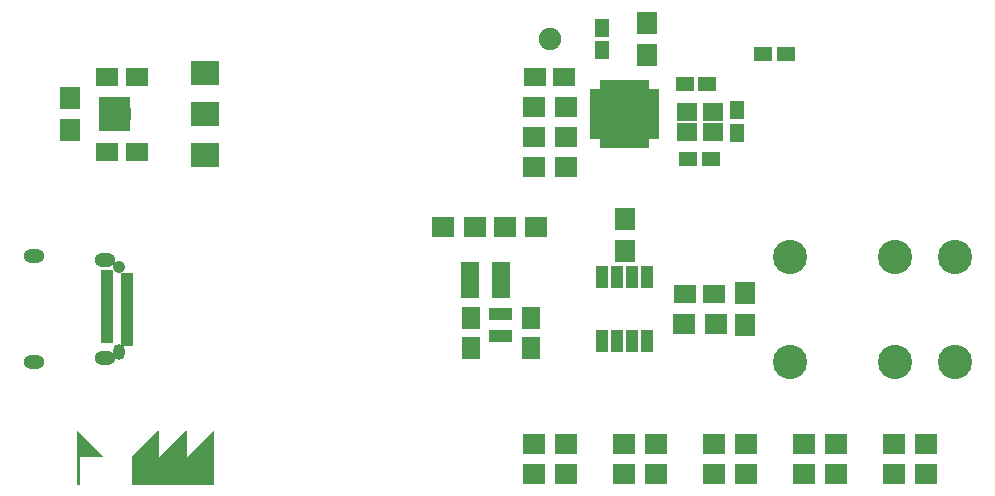
<source format=gbr>
G04 #@! TF.FileFunction,Soldermask,Top*
%FSLAX46Y46*%
G04 Gerber Fmt 4.6, Leading zero omitted, Abs format (unit mm)*
G04 Created by KiCad (PCBNEW 4.0.7) date 04/10/18 01:40:06*
%MOMM*%
%LPD*%
G01*
G04 APERTURE LIST*
%ADD10C,0.100000*%
%ADD11R,1.900000X1.650000*%
%ADD12R,2.400000X2.100000*%
%ADD13R,1.650000X1.900000*%
%ADD14R,1.150000X1.600000*%
%ADD15R,1.600000X1.150000*%
%ADD16R,1.900000X1.700000*%
%ADD17O,1.800000X1.200000*%
%ADD18R,1.100000X0.700000*%
%ADD19O,1.050000X1.350000*%
%ADD20C,1.050000*%
%ADD21C,2.900000*%
%ADD22R,1.600000X3.100000*%
%ADD23R,1.700000X1.900000*%
%ADD24R,0.650000X1.100000*%
%ADD25R,1.600000X1.040000*%
%ADD26R,1.000000X1.950000*%
%ADD27R,1.100000X0.650000*%
%ADD28R,2.125000X2.125000*%
%ADD29R,1.800000X1.600000*%
%ADD30R,0.800000X1.100000*%
%ADD31C,1.900000*%
G04 APERTURE END LIST*
D10*
D11*
X121265000Y-88265000D03*
X118765000Y-88265000D03*
D12*
X127000000Y-81590000D03*
X127000000Y-85090000D03*
X127000000Y-88590000D03*
D13*
X149523701Y-102353393D03*
X149523701Y-104853393D03*
D11*
X121265000Y-81915000D03*
X118765000Y-81915000D03*
D13*
X154603701Y-102373393D03*
X154603701Y-104873393D03*
D14*
X172085000Y-84775000D03*
X172085000Y-86675000D03*
D15*
X167960000Y-88900000D03*
X169860000Y-88900000D03*
D11*
X167660000Y-100330000D03*
X170160000Y-100330000D03*
D15*
X169540000Y-82550000D03*
X167640000Y-82550000D03*
X176210000Y-80010000D03*
X174310000Y-80010000D03*
D11*
X157460000Y-81915000D03*
X154960000Y-81915000D03*
D14*
X160655000Y-79690000D03*
X160655000Y-77790000D03*
D16*
X154860000Y-115570000D03*
X157560000Y-115570000D03*
X162480000Y-115570000D03*
X165180000Y-115570000D03*
X170100000Y-115570000D03*
X172800000Y-115570000D03*
X177720000Y-115570000D03*
X180420000Y-115570000D03*
X185340000Y-115570000D03*
X188040000Y-115570000D03*
D17*
X118535000Y-97470000D03*
D18*
X120445000Y-98850000D03*
X120445000Y-99350000D03*
X120445000Y-99850000D03*
X120445000Y-100350000D03*
X120445000Y-100850000D03*
X120445000Y-101350000D03*
X120445000Y-101850000D03*
X120445000Y-104350000D03*
X120445000Y-103350000D03*
X120445000Y-102850000D03*
X120445000Y-102350000D03*
X120445000Y-103850000D03*
X118745000Y-104100000D03*
D17*
X118535000Y-105730000D03*
X112585000Y-106090000D03*
X112585000Y-97110000D03*
D19*
X119785000Y-105200000D03*
D20*
X119785000Y-98000000D03*
D18*
X118745000Y-103600000D03*
X118745000Y-103100000D03*
X118745000Y-102600000D03*
X118745000Y-102100000D03*
X118745000Y-101600000D03*
X118745000Y-101100000D03*
X118745000Y-100600000D03*
X118745000Y-100100000D03*
X118745000Y-99600000D03*
X118745000Y-99100000D03*
X118745000Y-98600000D03*
D21*
X176530000Y-106045000D03*
X185420000Y-97155000D03*
X185420000Y-106045000D03*
X190500000Y-106045000D03*
X190500000Y-97155000D03*
D22*
X152093701Y-99158393D03*
X149493701Y-99158393D03*
D23*
X115570000Y-86440000D03*
X115570000Y-83740000D03*
D16*
X149860000Y-94615000D03*
X147160000Y-94615000D03*
X152400000Y-94615000D03*
X155100000Y-94615000D03*
X170260000Y-102870000D03*
X167560000Y-102870000D03*
D23*
X172720000Y-102950000D03*
X172720000Y-100250000D03*
X164465000Y-77390000D03*
X164465000Y-80090000D03*
X162560000Y-96680000D03*
X162560000Y-93980000D03*
D16*
X154860000Y-113030000D03*
X157560000Y-113030000D03*
X162480000Y-113030000D03*
X165180000Y-113030000D03*
X170100000Y-113030000D03*
X172800000Y-113030000D03*
X177720000Y-113030000D03*
X180420000Y-113030000D03*
X185340000Y-113030000D03*
X188040000Y-113030000D03*
X157560000Y-86995000D03*
X154860000Y-86995000D03*
X157560000Y-89535000D03*
X154860000Y-89535000D03*
X157560000Y-84455000D03*
X154860000Y-84455000D03*
D24*
X120380000Y-84192881D03*
X119880000Y-84192881D03*
X119380000Y-84192881D03*
X118880000Y-84192881D03*
X118380000Y-84192881D03*
X118380000Y-86042881D03*
X118880000Y-86042881D03*
X119380000Y-86042881D03*
X119880000Y-86042881D03*
X120380000Y-86042881D03*
D25*
X118780000Y-85117881D03*
X119980000Y-85117881D03*
D26*
X160655000Y-104300000D03*
X161925000Y-104300000D03*
X163195000Y-104300000D03*
X164465000Y-104300000D03*
X164465000Y-98900000D03*
X163195000Y-98900000D03*
X161925000Y-98900000D03*
X160655000Y-98900000D03*
D24*
X164310000Y-82690000D03*
X163810000Y-82690000D03*
X163310000Y-82690000D03*
X162810000Y-82690000D03*
X162310000Y-82690000D03*
X161810000Y-82690000D03*
X161310000Y-82690000D03*
X160810000Y-82690000D03*
D27*
X160160000Y-83340000D03*
X160160000Y-83840000D03*
X160160000Y-84340000D03*
X160160000Y-84840000D03*
X160160000Y-85340000D03*
X160160000Y-85840000D03*
X160160000Y-86340000D03*
X160160000Y-86840000D03*
D24*
X160810000Y-87490000D03*
X161310000Y-87490000D03*
X161810000Y-87490000D03*
X162310000Y-87490000D03*
X162810000Y-87490000D03*
X163310000Y-87490000D03*
X163810000Y-87490000D03*
X164310000Y-87490000D03*
D27*
X164960000Y-86840000D03*
X164960000Y-86340000D03*
X164960000Y-85840000D03*
X164960000Y-85340000D03*
X164960000Y-84840000D03*
X164960000Y-84340000D03*
X164960000Y-83840000D03*
X164960000Y-83340000D03*
D28*
X161697500Y-85952500D03*
X163422500Y-85952500D03*
X161697500Y-84227500D03*
X163422500Y-84227500D03*
D29*
X170010000Y-84875000D03*
X167810000Y-84875000D03*
X167810000Y-86575000D03*
X170010000Y-86575000D03*
D30*
X151413701Y-103918393D03*
X152063701Y-103918393D03*
X152713701Y-103918393D03*
X152713701Y-102018393D03*
X151413701Y-102018393D03*
X152063701Y-102018393D03*
D21*
X176530000Y-97155000D03*
D31*
X156210000Y-78740000D03*
D10*
G36*
X125425000Y-114050000D02*
X125428939Y-114069453D01*
X125440136Y-114085840D01*
X125456827Y-114096581D01*
X125476381Y-114099981D01*
X125495718Y-114095506D01*
X125510162Y-114085548D01*
X127725000Y-111894784D01*
X127725000Y-116375000D01*
X120850000Y-116375000D01*
X120850000Y-114071030D01*
X123075000Y-111893880D01*
X123075000Y-114050000D01*
X123078939Y-114069453D01*
X123090136Y-114085840D01*
X123106827Y-114096581D01*
X123126381Y-114099981D01*
X123145718Y-114095506D01*
X123159777Y-114085924D01*
X125425000Y-111892995D01*
X125425000Y-114050000D01*
X125425000Y-114050000D01*
G37*
X125425000Y-114050000D02*
X125428939Y-114069453D01*
X125440136Y-114085840D01*
X125456827Y-114096581D01*
X125476381Y-114099981D01*
X125495718Y-114095506D01*
X125510162Y-114085548D01*
X127725000Y-111894784D01*
X127725000Y-116375000D01*
X120850000Y-116375000D01*
X120850000Y-114071030D01*
X123075000Y-111893880D01*
X123075000Y-114050000D01*
X123078939Y-114069453D01*
X123090136Y-114085840D01*
X123106827Y-114096581D01*
X123126381Y-114099981D01*
X123145718Y-114095506D01*
X123159777Y-114085924D01*
X125425000Y-111892995D01*
X125425000Y-114050000D01*
G36*
X118304290Y-114025000D02*
X116400000Y-114025000D01*
X116380547Y-114028939D01*
X116364160Y-114040136D01*
X116353419Y-114056827D01*
X116350000Y-114075000D01*
X116350000Y-116375000D01*
X116175000Y-116375000D01*
X116175000Y-111895710D01*
X118304290Y-114025000D01*
X118304290Y-114025000D01*
G37*
X118304290Y-114025000D02*
X116400000Y-114025000D01*
X116380547Y-114028939D01*
X116364160Y-114040136D01*
X116353419Y-114056827D01*
X116350000Y-114075000D01*
X116350000Y-116375000D01*
X116175000Y-116375000D01*
X116175000Y-111895710D01*
X118304290Y-114025000D01*
M02*

</source>
